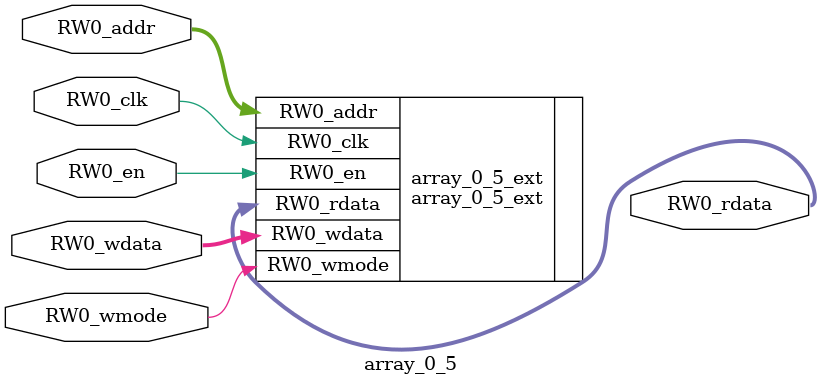
<source format=sv>
`ifndef RANDOMIZE
  `ifdef RANDOMIZE_MEM_INIT
    `define RANDOMIZE
  `endif // RANDOMIZE_MEM_INIT
`endif // not def RANDOMIZE
`ifndef RANDOMIZE
  `ifdef RANDOMIZE_REG_INIT
    `define RANDOMIZE
  `endif // RANDOMIZE_REG_INIT
`endif // not def RANDOMIZE

`ifndef RANDOM
  `define RANDOM $random
`endif // not def RANDOM

// Users can define INIT_RANDOM as general code that gets injected into the
// initializer block for modules with registers.
`ifndef INIT_RANDOM
  `define INIT_RANDOM
`endif // not def INIT_RANDOM

// If using random initialization, you can also define RANDOMIZE_DELAY to
// customize the delay used, otherwise 0.002 is used.
`ifndef RANDOMIZE_DELAY
  `define RANDOMIZE_DELAY 0.002
`endif // not def RANDOMIZE_DELAY

// Define INIT_RANDOM_PROLOG_ for use in our modules below.
`ifndef INIT_RANDOM_PROLOG_
  `ifdef RANDOMIZE
    `ifdef VERILATOR
      `define INIT_RANDOM_PROLOG_ `INIT_RANDOM
    `else  // VERILATOR
      `define INIT_RANDOM_PROLOG_ `INIT_RANDOM #`RANDOMIZE_DELAY begin end
    `endif // VERILATOR
  `else  // RANDOMIZE
    `define INIT_RANDOM_PROLOG_
  `endif // RANDOMIZE
`endif // not def INIT_RANDOM_PROLOG_

// Include register initializers in init blocks unless synthesis is set
`ifndef SYNTHESIS
  `ifndef ENABLE_INITIAL_REG_
    `define ENABLE_INITIAL_REG_
  `endif // not def ENABLE_INITIAL_REG_
`endif // not def SYNTHESIS

// Include rmemory initializers in init blocks unless synthesis is set
`ifndef SYNTHESIS
  `ifndef ENABLE_INITIAL_MEM_
    `define ENABLE_INITIAL_MEM_
  `endif // not def ENABLE_INITIAL_MEM_
`endif // not def SYNTHESIS

module array_0_5(
  input  [11:0] RW0_addr,
  input         RW0_en,
  input         RW0_clk,
  input         RW0_wmode,
  input  [31:0] RW0_wdata,
  output [31:0] RW0_rdata
);

  array_0_5_ext array_0_5_ext (
    .RW0_addr  (RW0_addr),
    .RW0_en    (RW0_en),
    .RW0_clk   (RW0_clk),
    .RW0_wmode (RW0_wmode),
    .RW0_wdata (RW0_wdata),
    .RW0_rdata (RW0_rdata)
  );
endmodule


</source>
